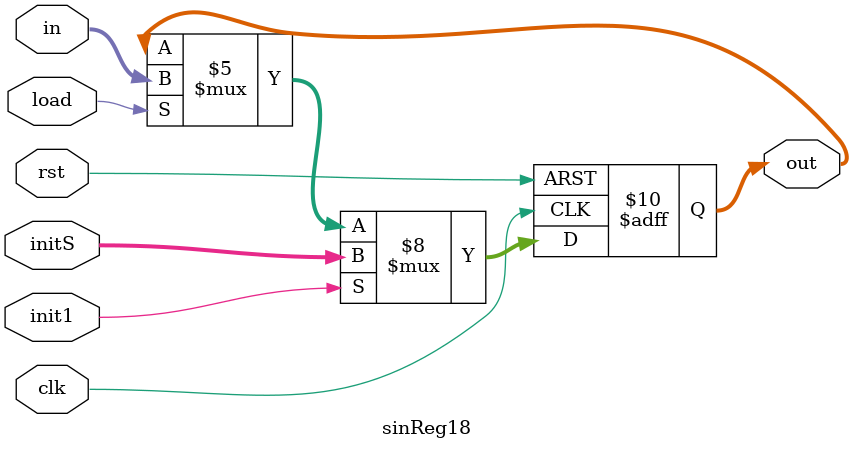
<source format=v>
module sinReg18 (input clk, rst, init1, load, input [17:0] initS, input [17:0] in, output reg [17:0] out);
  always @ (posedge clk, posedge rst) begin
    if (rst == 1)
      out <= 0;
    else begin
      if (init1 == 1)
        out <= initS;
      else begin
        if (load == 1)
          out <= in;
      end
    end
  end
endmodule

</source>
